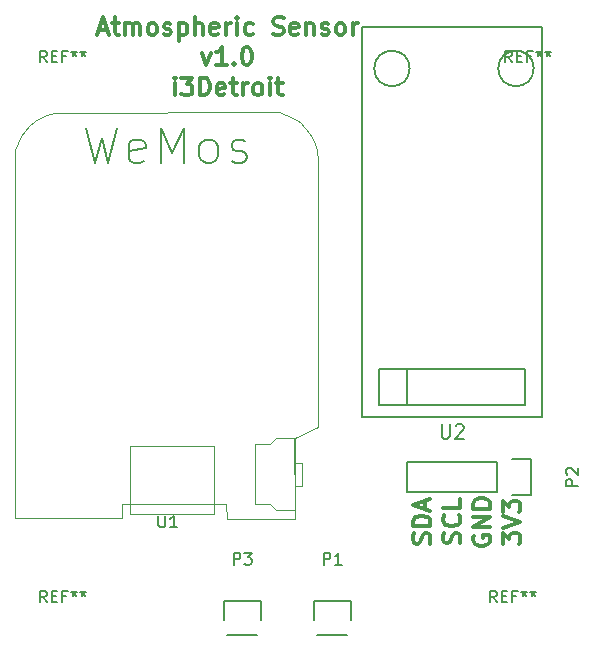
<source format=gto>
G04 #@! TF.FileFunction,Legend,Top*
%FSLAX46Y46*%
G04 Gerber Fmt 4.6, Leading zero omitted, Abs format (unit mm)*
G04 Created by KiCad (PCBNEW 4.0.5+dfsg1-4) date Thu Jun  7 11:31:42 2018*
%MOMM*%
%LPD*%
G01*
G04 APERTURE LIST*
%ADD10C,0.100000*%
%ADD11C,0.300000*%
%ADD12C,0.150000*%
G04 APERTURE END LIST*
D10*
D11*
X173327143Y-102151428D02*
X173398571Y-101937142D01*
X173398571Y-101579999D01*
X173327143Y-101437142D01*
X173255714Y-101365713D01*
X173112857Y-101294285D01*
X172970000Y-101294285D01*
X172827143Y-101365713D01*
X172755714Y-101437142D01*
X172684286Y-101579999D01*
X172612857Y-101865713D01*
X172541429Y-102008571D01*
X172470000Y-102079999D01*
X172327143Y-102151428D01*
X172184286Y-102151428D01*
X172041429Y-102079999D01*
X171970000Y-102008571D01*
X171898571Y-101865713D01*
X171898571Y-101508571D01*
X171970000Y-101294285D01*
X173398571Y-100651428D02*
X171898571Y-100651428D01*
X171898571Y-100294285D01*
X171970000Y-100080000D01*
X172112857Y-99937142D01*
X172255714Y-99865714D01*
X172541429Y-99794285D01*
X172755714Y-99794285D01*
X173041429Y-99865714D01*
X173184286Y-99937142D01*
X173327143Y-100080000D01*
X173398571Y-100294285D01*
X173398571Y-100651428D01*
X172970000Y-99222857D02*
X172970000Y-98508571D01*
X173398571Y-99365714D02*
X171898571Y-98865714D01*
X173398571Y-98365714D01*
X175867143Y-102115714D02*
X175938571Y-101901428D01*
X175938571Y-101544285D01*
X175867143Y-101401428D01*
X175795714Y-101329999D01*
X175652857Y-101258571D01*
X175510000Y-101258571D01*
X175367143Y-101329999D01*
X175295714Y-101401428D01*
X175224286Y-101544285D01*
X175152857Y-101829999D01*
X175081429Y-101972857D01*
X175010000Y-102044285D01*
X174867143Y-102115714D01*
X174724286Y-102115714D01*
X174581429Y-102044285D01*
X174510000Y-101972857D01*
X174438571Y-101829999D01*
X174438571Y-101472857D01*
X174510000Y-101258571D01*
X175795714Y-99758571D02*
X175867143Y-99830000D01*
X175938571Y-100044286D01*
X175938571Y-100187143D01*
X175867143Y-100401428D01*
X175724286Y-100544286D01*
X175581429Y-100615714D01*
X175295714Y-100687143D01*
X175081429Y-100687143D01*
X174795714Y-100615714D01*
X174652857Y-100544286D01*
X174510000Y-100401428D01*
X174438571Y-100187143D01*
X174438571Y-100044286D01*
X174510000Y-99830000D01*
X174581429Y-99758571D01*
X175938571Y-98401428D02*
X175938571Y-99115714D01*
X174438571Y-99115714D01*
X177050000Y-101472857D02*
X176978571Y-101615714D01*
X176978571Y-101830000D01*
X177050000Y-102044285D01*
X177192857Y-102187143D01*
X177335714Y-102258571D01*
X177621429Y-102330000D01*
X177835714Y-102330000D01*
X178121429Y-102258571D01*
X178264286Y-102187143D01*
X178407143Y-102044285D01*
X178478571Y-101830000D01*
X178478571Y-101687143D01*
X178407143Y-101472857D01*
X178335714Y-101401428D01*
X177835714Y-101401428D01*
X177835714Y-101687143D01*
X178478571Y-100758571D02*
X176978571Y-100758571D01*
X178478571Y-99901428D01*
X176978571Y-99901428D01*
X178478571Y-99187142D02*
X176978571Y-99187142D01*
X176978571Y-98829999D01*
X177050000Y-98615714D01*
X177192857Y-98472856D01*
X177335714Y-98401428D01*
X177621429Y-98329999D01*
X177835714Y-98329999D01*
X178121429Y-98401428D01*
X178264286Y-98472856D01*
X178407143Y-98615714D01*
X178478571Y-98829999D01*
X178478571Y-99187142D01*
X179518571Y-102187142D02*
X179518571Y-101258571D01*
X180090000Y-101758571D01*
X180090000Y-101544285D01*
X180161429Y-101401428D01*
X180232857Y-101329999D01*
X180375714Y-101258571D01*
X180732857Y-101258571D01*
X180875714Y-101329999D01*
X180947143Y-101401428D01*
X181018571Y-101544285D01*
X181018571Y-101972857D01*
X180947143Y-102115714D01*
X180875714Y-102187142D01*
X179518571Y-100830000D02*
X181018571Y-100330000D01*
X179518571Y-99830000D01*
X179518571Y-99472857D02*
X179518571Y-98544286D01*
X180090000Y-99044286D01*
X180090000Y-98830000D01*
X180161429Y-98687143D01*
X180232857Y-98615714D01*
X180375714Y-98544286D01*
X180732857Y-98544286D01*
X180875714Y-98615714D01*
X180947143Y-98687143D01*
X181018571Y-98830000D01*
X181018571Y-99258572D01*
X180947143Y-99401429D01*
X180875714Y-99472857D01*
X145317143Y-58660000D02*
X146031429Y-58660000D01*
X145174286Y-59088571D02*
X145674286Y-57588571D01*
X146174286Y-59088571D01*
X146460000Y-58088571D02*
X147031429Y-58088571D01*
X146674286Y-57588571D02*
X146674286Y-58874286D01*
X146745714Y-59017143D01*
X146888572Y-59088571D01*
X147031429Y-59088571D01*
X147531429Y-59088571D02*
X147531429Y-58088571D01*
X147531429Y-58231429D02*
X147602857Y-58160000D01*
X147745715Y-58088571D01*
X147960000Y-58088571D01*
X148102857Y-58160000D01*
X148174286Y-58302857D01*
X148174286Y-59088571D01*
X148174286Y-58302857D02*
X148245715Y-58160000D01*
X148388572Y-58088571D01*
X148602857Y-58088571D01*
X148745715Y-58160000D01*
X148817143Y-58302857D01*
X148817143Y-59088571D01*
X149745715Y-59088571D02*
X149602857Y-59017143D01*
X149531429Y-58945714D01*
X149460000Y-58802857D01*
X149460000Y-58374286D01*
X149531429Y-58231429D01*
X149602857Y-58160000D01*
X149745715Y-58088571D01*
X149960000Y-58088571D01*
X150102857Y-58160000D01*
X150174286Y-58231429D01*
X150245715Y-58374286D01*
X150245715Y-58802857D01*
X150174286Y-58945714D01*
X150102857Y-59017143D01*
X149960000Y-59088571D01*
X149745715Y-59088571D01*
X150817143Y-59017143D02*
X150960000Y-59088571D01*
X151245715Y-59088571D01*
X151388572Y-59017143D01*
X151460000Y-58874286D01*
X151460000Y-58802857D01*
X151388572Y-58660000D01*
X151245715Y-58588571D01*
X151031429Y-58588571D01*
X150888572Y-58517143D01*
X150817143Y-58374286D01*
X150817143Y-58302857D01*
X150888572Y-58160000D01*
X151031429Y-58088571D01*
X151245715Y-58088571D01*
X151388572Y-58160000D01*
X152102858Y-58088571D02*
X152102858Y-59588571D01*
X152102858Y-58160000D02*
X152245715Y-58088571D01*
X152531429Y-58088571D01*
X152674286Y-58160000D01*
X152745715Y-58231429D01*
X152817144Y-58374286D01*
X152817144Y-58802857D01*
X152745715Y-58945714D01*
X152674286Y-59017143D01*
X152531429Y-59088571D01*
X152245715Y-59088571D01*
X152102858Y-59017143D01*
X153460001Y-59088571D02*
X153460001Y-57588571D01*
X154102858Y-59088571D02*
X154102858Y-58302857D01*
X154031429Y-58160000D01*
X153888572Y-58088571D01*
X153674287Y-58088571D01*
X153531429Y-58160000D01*
X153460001Y-58231429D01*
X155388572Y-59017143D02*
X155245715Y-59088571D01*
X154960001Y-59088571D01*
X154817144Y-59017143D01*
X154745715Y-58874286D01*
X154745715Y-58302857D01*
X154817144Y-58160000D01*
X154960001Y-58088571D01*
X155245715Y-58088571D01*
X155388572Y-58160000D01*
X155460001Y-58302857D01*
X155460001Y-58445714D01*
X154745715Y-58588571D01*
X156102858Y-59088571D02*
X156102858Y-58088571D01*
X156102858Y-58374286D02*
X156174286Y-58231429D01*
X156245715Y-58160000D01*
X156388572Y-58088571D01*
X156531429Y-58088571D01*
X157031429Y-59088571D02*
X157031429Y-58088571D01*
X157031429Y-57588571D02*
X156960000Y-57660000D01*
X157031429Y-57731429D01*
X157102857Y-57660000D01*
X157031429Y-57588571D01*
X157031429Y-57731429D01*
X158388572Y-59017143D02*
X158245715Y-59088571D01*
X157960001Y-59088571D01*
X157817143Y-59017143D01*
X157745715Y-58945714D01*
X157674286Y-58802857D01*
X157674286Y-58374286D01*
X157745715Y-58231429D01*
X157817143Y-58160000D01*
X157960001Y-58088571D01*
X158245715Y-58088571D01*
X158388572Y-58160000D01*
X160102857Y-59017143D02*
X160317143Y-59088571D01*
X160674286Y-59088571D01*
X160817143Y-59017143D01*
X160888572Y-58945714D01*
X160960000Y-58802857D01*
X160960000Y-58660000D01*
X160888572Y-58517143D01*
X160817143Y-58445714D01*
X160674286Y-58374286D01*
X160388572Y-58302857D01*
X160245714Y-58231429D01*
X160174286Y-58160000D01*
X160102857Y-58017143D01*
X160102857Y-57874286D01*
X160174286Y-57731429D01*
X160245714Y-57660000D01*
X160388572Y-57588571D01*
X160745714Y-57588571D01*
X160960000Y-57660000D01*
X162174285Y-59017143D02*
X162031428Y-59088571D01*
X161745714Y-59088571D01*
X161602857Y-59017143D01*
X161531428Y-58874286D01*
X161531428Y-58302857D01*
X161602857Y-58160000D01*
X161745714Y-58088571D01*
X162031428Y-58088571D01*
X162174285Y-58160000D01*
X162245714Y-58302857D01*
X162245714Y-58445714D01*
X161531428Y-58588571D01*
X162888571Y-58088571D02*
X162888571Y-59088571D01*
X162888571Y-58231429D02*
X162959999Y-58160000D01*
X163102857Y-58088571D01*
X163317142Y-58088571D01*
X163459999Y-58160000D01*
X163531428Y-58302857D01*
X163531428Y-59088571D01*
X164174285Y-59017143D02*
X164317142Y-59088571D01*
X164602857Y-59088571D01*
X164745714Y-59017143D01*
X164817142Y-58874286D01*
X164817142Y-58802857D01*
X164745714Y-58660000D01*
X164602857Y-58588571D01*
X164388571Y-58588571D01*
X164245714Y-58517143D01*
X164174285Y-58374286D01*
X164174285Y-58302857D01*
X164245714Y-58160000D01*
X164388571Y-58088571D01*
X164602857Y-58088571D01*
X164745714Y-58160000D01*
X165674286Y-59088571D02*
X165531428Y-59017143D01*
X165460000Y-58945714D01*
X165388571Y-58802857D01*
X165388571Y-58374286D01*
X165460000Y-58231429D01*
X165531428Y-58160000D01*
X165674286Y-58088571D01*
X165888571Y-58088571D01*
X166031428Y-58160000D01*
X166102857Y-58231429D01*
X166174286Y-58374286D01*
X166174286Y-58802857D01*
X166102857Y-58945714D01*
X166031428Y-59017143D01*
X165888571Y-59088571D01*
X165674286Y-59088571D01*
X166817143Y-59088571D02*
X166817143Y-58088571D01*
X166817143Y-58374286D02*
X166888571Y-58231429D01*
X166960000Y-58160000D01*
X167102857Y-58088571D01*
X167245714Y-58088571D01*
X154067144Y-60638571D02*
X154424287Y-61638571D01*
X154781429Y-60638571D01*
X156138572Y-61638571D02*
X155281429Y-61638571D01*
X155710001Y-61638571D02*
X155710001Y-60138571D01*
X155567144Y-60352857D01*
X155424286Y-60495714D01*
X155281429Y-60567143D01*
X156781429Y-61495714D02*
X156852857Y-61567143D01*
X156781429Y-61638571D01*
X156710000Y-61567143D01*
X156781429Y-61495714D01*
X156781429Y-61638571D01*
X157781429Y-60138571D02*
X157924286Y-60138571D01*
X158067143Y-60210000D01*
X158138572Y-60281429D01*
X158210001Y-60424286D01*
X158281429Y-60710000D01*
X158281429Y-61067143D01*
X158210001Y-61352857D01*
X158138572Y-61495714D01*
X158067143Y-61567143D01*
X157924286Y-61638571D01*
X157781429Y-61638571D01*
X157638572Y-61567143D01*
X157567143Y-61495714D01*
X157495715Y-61352857D01*
X157424286Y-61067143D01*
X157424286Y-60710000D01*
X157495715Y-60424286D01*
X157567143Y-60281429D01*
X157638572Y-60210000D01*
X157781429Y-60138571D01*
X151745715Y-64188571D02*
X151745715Y-63188571D01*
X151745715Y-62688571D02*
X151674286Y-62760000D01*
X151745715Y-62831429D01*
X151817143Y-62760000D01*
X151745715Y-62688571D01*
X151745715Y-62831429D01*
X152317144Y-62688571D02*
X153245715Y-62688571D01*
X152745715Y-63260000D01*
X152960001Y-63260000D01*
X153102858Y-63331429D01*
X153174287Y-63402857D01*
X153245715Y-63545714D01*
X153245715Y-63902857D01*
X153174287Y-64045714D01*
X153102858Y-64117143D01*
X152960001Y-64188571D01*
X152531429Y-64188571D01*
X152388572Y-64117143D01*
X152317144Y-64045714D01*
X153888572Y-64188571D02*
X153888572Y-62688571D01*
X154245715Y-62688571D01*
X154460000Y-62760000D01*
X154602858Y-62902857D01*
X154674286Y-63045714D01*
X154745715Y-63331429D01*
X154745715Y-63545714D01*
X154674286Y-63831429D01*
X154602858Y-63974286D01*
X154460000Y-64117143D01*
X154245715Y-64188571D01*
X153888572Y-64188571D01*
X155960000Y-64117143D02*
X155817143Y-64188571D01*
X155531429Y-64188571D01*
X155388572Y-64117143D01*
X155317143Y-63974286D01*
X155317143Y-63402857D01*
X155388572Y-63260000D01*
X155531429Y-63188571D01*
X155817143Y-63188571D01*
X155960000Y-63260000D01*
X156031429Y-63402857D01*
X156031429Y-63545714D01*
X155317143Y-63688571D01*
X156460000Y-63188571D02*
X157031429Y-63188571D01*
X156674286Y-62688571D02*
X156674286Y-63974286D01*
X156745714Y-64117143D01*
X156888572Y-64188571D01*
X157031429Y-64188571D01*
X157531429Y-64188571D02*
X157531429Y-63188571D01*
X157531429Y-63474286D02*
X157602857Y-63331429D01*
X157674286Y-63260000D01*
X157817143Y-63188571D01*
X157960000Y-63188571D01*
X158674286Y-64188571D02*
X158531428Y-64117143D01*
X158460000Y-64045714D01*
X158388571Y-63902857D01*
X158388571Y-63474286D01*
X158460000Y-63331429D01*
X158531428Y-63260000D01*
X158674286Y-63188571D01*
X158888571Y-63188571D01*
X159031428Y-63260000D01*
X159102857Y-63331429D01*
X159174286Y-63474286D01*
X159174286Y-63902857D01*
X159102857Y-64045714D01*
X159031428Y-64117143D01*
X158888571Y-64188571D01*
X158674286Y-64188571D01*
X159817143Y-64188571D02*
X159817143Y-63188571D01*
X159817143Y-62688571D02*
X159745714Y-62760000D01*
X159817143Y-62831429D01*
X159888571Y-62760000D01*
X159817143Y-62688571D01*
X159817143Y-62831429D01*
X160317143Y-63188571D02*
X160888572Y-63188571D01*
X160531429Y-62688571D02*
X160531429Y-63974286D01*
X160602857Y-64117143D01*
X160745715Y-64188571D01*
X160888572Y-64188571D01*
D12*
X182140000Y-61920000D02*
G75*
G03X182140000Y-61920000I-1500000J0D01*
G01*
X171640000Y-61920000D02*
G75*
G03X171640000Y-61920000I-1500000J0D01*
G01*
X167640000Y-58420000D02*
X182880000Y-58420000D01*
X182880000Y-58420000D02*
X182880000Y-91440000D01*
X182880000Y-91440000D02*
X167640000Y-91440000D01*
X167640000Y-91440000D02*
X167640000Y-58420000D01*
X169080000Y-87400000D02*
X181440000Y-87400000D01*
X181440000Y-87400000D02*
X181440000Y-90400000D01*
X181440000Y-90400000D02*
X169080000Y-90400000D01*
X169080000Y-90400000D02*
X169080000Y-87400000D01*
X171450000Y-87400000D02*
X171450000Y-90400000D01*
D10*
X161947472Y-100097228D02*
X156136180Y-100097228D01*
X156136180Y-100097228D02*
X156109849Y-98813795D01*
X156109849Y-98813795D02*
X147278627Y-98820483D01*
X147278627Y-98820483D02*
X147280603Y-100022736D01*
X147280603Y-100022736D02*
X138199807Y-99996658D01*
X138199807Y-99996658D02*
X138213805Y-68826507D01*
X138213805Y-68826507D02*
X138446616Y-68223714D01*
X138446616Y-68223714D02*
X138730099Y-67678833D01*
X138730099Y-67678833D02*
X139064747Y-67192423D01*
X139064747Y-67192423D02*
X139451047Y-66765048D01*
X139451047Y-66765048D02*
X139889488Y-66397259D01*
X139889488Y-66397259D02*
X140380560Y-66089623D01*
X140380560Y-66089623D02*
X140924750Y-65842690D01*
X140924750Y-65842690D02*
X141522547Y-65657024D01*
X141522547Y-65657024D02*
X160560460Y-65628266D01*
X160560460Y-65628266D02*
X161179824Y-65862259D01*
X161179824Y-65862259D02*
X161768018Y-66146742D01*
X161768018Y-66146742D02*
X162311445Y-66496257D01*
X162311445Y-66496257D02*
X162796503Y-66925342D01*
X162796503Y-66925342D02*
X163209595Y-67448540D01*
X163209595Y-67448540D02*
X163537122Y-68080387D01*
X163537122Y-68080387D02*
X163765482Y-68835425D01*
X163765482Y-68835425D02*
X163881078Y-69728193D01*
X163881078Y-69728193D02*
X163906026Y-92283285D01*
X163906026Y-92283285D02*
X161962480Y-93244181D01*
X161962480Y-93244181D02*
X161932686Y-100052524D01*
X147950350Y-93871451D02*
X155089931Y-93871451D01*
X155089931Y-93871451D02*
X155089931Y-99685188D01*
X155089931Y-99685188D02*
X147950350Y-99685188D01*
X147950350Y-99685188D02*
X147950350Y-93871451D01*
X161873600Y-93222349D02*
X160321378Y-93222349D01*
X160321378Y-93222349D02*
X159792211Y-93751515D01*
X159792211Y-93751515D02*
X158539850Y-93751515D01*
X158539850Y-93751515D02*
X158539850Y-98813876D01*
X158539850Y-98813876D02*
X159827489Y-98813876D01*
X159827489Y-98813876D02*
X160356656Y-99307765D01*
X160356656Y-99307765D02*
X161926517Y-99307765D01*
X161926517Y-99307765D02*
X161873600Y-93222349D01*
X161908878Y-95303738D02*
X162561517Y-95303738D01*
X162561517Y-95303738D02*
X162561517Y-97296932D01*
X162561517Y-97296932D02*
X161944156Y-97296932D01*
D12*
X179070000Y-95250000D02*
X171450000Y-95250000D01*
X179070000Y-97790000D02*
X171450000Y-97790000D01*
X181890000Y-98070000D02*
X180340000Y-98070000D01*
X171450000Y-95250000D02*
X171450000Y-97790000D01*
X179070000Y-97790000D02*
X179070000Y-95250000D01*
X180340000Y-94970000D02*
X181890000Y-94970000D01*
X181890000Y-94970000D02*
X181890000Y-98070000D01*
X166650000Y-107035000D02*
X166650000Y-108585000D01*
X163550000Y-108585000D02*
X163550000Y-107035000D01*
X163550000Y-107035000D02*
X166650000Y-107035000D01*
X163830000Y-109855000D02*
X166370000Y-109855000D01*
X159030000Y-107035000D02*
X159030000Y-108585000D01*
X155930000Y-108585000D02*
X155930000Y-107035000D01*
X155930000Y-107035000D02*
X159030000Y-107035000D01*
X156210000Y-109855000D02*
X158750000Y-109855000D01*
X174345714Y-92052857D02*
X174345714Y-93024286D01*
X174402857Y-93138571D01*
X174460000Y-93195714D01*
X174574286Y-93252857D01*
X174802857Y-93252857D01*
X174917143Y-93195714D01*
X174974286Y-93138571D01*
X175031429Y-93024286D01*
X175031429Y-92052857D01*
X175545714Y-92167143D02*
X175602857Y-92110000D01*
X175717143Y-92052857D01*
X176002857Y-92052857D01*
X176117143Y-92110000D01*
X176174286Y-92167143D01*
X176231429Y-92281429D01*
X176231429Y-92395714D01*
X176174286Y-92567143D01*
X175488572Y-93252857D01*
X176231429Y-93252857D01*
X150368095Y-99782381D02*
X150368095Y-100591905D01*
X150415714Y-100687143D01*
X150463333Y-100734762D01*
X150558571Y-100782381D01*
X150749048Y-100782381D01*
X150844286Y-100734762D01*
X150891905Y-100687143D01*
X150939524Y-100591905D01*
X150939524Y-99782381D01*
X151939524Y-100782381D02*
X151368095Y-100782381D01*
X151653809Y-100782381D02*
X151653809Y-99782381D01*
X151558571Y-99925238D01*
X151463333Y-100020476D01*
X151368095Y-100068095D01*
X144272857Y-66937143D02*
X144987143Y-69937143D01*
X145558572Y-67794286D01*
X146130000Y-69937143D01*
X146844286Y-66937143D01*
X149130000Y-69794286D02*
X148844286Y-69937143D01*
X148272857Y-69937143D01*
X147987143Y-69794286D01*
X147844286Y-69508571D01*
X147844286Y-68365714D01*
X147987143Y-68080000D01*
X148272857Y-67937143D01*
X148844286Y-67937143D01*
X149130000Y-68080000D01*
X149272857Y-68365714D01*
X149272857Y-68651429D01*
X147844286Y-68937143D01*
X150558572Y-69937143D02*
X150558572Y-66937143D01*
X151558572Y-69080000D01*
X152558572Y-66937143D01*
X152558572Y-69937143D01*
X154415714Y-69937143D02*
X154130000Y-69794286D01*
X153987143Y-69651429D01*
X153844286Y-69365714D01*
X153844286Y-68508571D01*
X153987143Y-68222857D01*
X154130000Y-68080000D01*
X154415714Y-67937143D01*
X154844286Y-67937143D01*
X155130000Y-68080000D01*
X155272857Y-68222857D01*
X155415714Y-68508571D01*
X155415714Y-69365714D01*
X155272857Y-69651429D01*
X155130000Y-69794286D01*
X154844286Y-69937143D01*
X154415714Y-69937143D01*
X156558572Y-69794286D02*
X156844286Y-69937143D01*
X157415714Y-69937143D01*
X157701429Y-69794286D01*
X157844286Y-69508571D01*
X157844286Y-69365714D01*
X157701429Y-69080000D01*
X157415714Y-68937143D01*
X156987143Y-68937143D01*
X156701429Y-68794286D01*
X156558572Y-68508571D01*
X156558572Y-68365714D01*
X156701429Y-68080000D01*
X156987143Y-67937143D01*
X157415714Y-67937143D01*
X157701429Y-68080000D01*
X140906667Y-107132381D02*
X140573333Y-106656190D01*
X140335238Y-107132381D02*
X140335238Y-106132381D01*
X140716191Y-106132381D01*
X140811429Y-106180000D01*
X140859048Y-106227619D01*
X140906667Y-106322857D01*
X140906667Y-106465714D01*
X140859048Y-106560952D01*
X140811429Y-106608571D01*
X140716191Y-106656190D01*
X140335238Y-106656190D01*
X141335238Y-106608571D02*
X141668572Y-106608571D01*
X141811429Y-107132381D02*
X141335238Y-107132381D01*
X141335238Y-106132381D01*
X141811429Y-106132381D01*
X142573334Y-106608571D02*
X142240000Y-106608571D01*
X142240000Y-107132381D02*
X142240000Y-106132381D01*
X142716191Y-106132381D01*
X143240000Y-106132381D02*
X143240000Y-106370476D01*
X143001905Y-106275238D02*
X143240000Y-106370476D01*
X143478096Y-106275238D01*
X143097143Y-106560952D02*
X143240000Y-106370476D01*
X143382858Y-106560952D01*
X144001905Y-106132381D02*
X144001905Y-106370476D01*
X143763810Y-106275238D02*
X144001905Y-106370476D01*
X144240001Y-106275238D01*
X143859048Y-106560952D02*
X144001905Y-106370476D01*
X144144763Y-106560952D01*
X179006667Y-107132381D02*
X178673333Y-106656190D01*
X178435238Y-107132381D02*
X178435238Y-106132381D01*
X178816191Y-106132381D01*
X178911429Y-106180000D01*
X178959048Y-106227619D01*
X179006667Y-106322857D01*
X179006667Y-106465714D01*
X178959048Y-106560952D01*
X178911429Y-106608571D01*
X178816191Y-106656190D01*
X178435238Y-106656190D01*
X179435238Y-106608571D02*
X179768572Y-106608571D01*
X179911429Y-107132381D02*
X179435238Y-107132381D01*
X179435238Y-106132381D01*
X179911429Y-106132381D01*
X180673334Y-106608571D02*
X180340000Y-106608571D01*
X180340000Y-107132381D02*
X180340000Y-106132381D01*
X180816191Y-106132381D01*
X181340000Y-106132381D02*
X181340000Y-106370476D01*
X181101905Y-106275238D02*
X181340000Y-106370476D01*
X181578096Y-106275238D01*
X181197143Y-106560952D02*
X181340000Y-106370476D01*
X181482858Y-106560952D01*
X182101905Y-106132381D02*
X182101905Y-106370476D01*
X181863810Y-106275238D02*
X182101905Y-106370476D01*
X182340001Y-106275238D01*
X181959048Y-106560952D02*
X182101905Y-106370476D01*
X182244763Y-106560952D01*
X180276667Y-61412381D02*
X179943333Y-60936190D01*
X179705238Y-61412381D02*
X179705238Y-60412381D01*
X180086191Y-60412381D01*
X180181429Y-60460000D01*
X180229048Y-60507619D01*
X180276667Y-60602857D01*
X180276667Y-60745714D01*
X180229048Y-60840952D01*
X180181429Y-60888571D01*
X180086191Y-60936190D01*
X179705238Y-60936190D01*
X180705238Y-60888571D02*
X181038572Y-60888571D01*
X181181429Y-61412381D02*
X180705238Y-61412381D01*
X180705238Y-60412381D01*
X181181429Y-60412381D01*
X181943334Y-60888571D02*
X181610000Y-60888571D01*
X181610000Y-61412381D02*
X181610000Y-60412381D01*
X182086191Y-60412381D01*
X182610000Y-60412381D02*
X182610000Y-60650476D01*
X182371905Y-60555238D02*
X182610000Y-60650476D01*
X182848096Y-60555238D01*
X182467143Y-60840952D02*
X182610000Y-60650476D01*
X182752858Y-60840952D01*
X183371905Y-60412381D02*
X183371905Y-60650476D01*
X183133810Y-60555238D02*
X183371905Y-60650476D01*
X183610001Y-60555238D01*
X183229048Y-60840952D02*
X183371905Y-60650476D01*
X183514763Y-60840952D01*
X185892381Y-97258095D02*
X184892381Y-97258095D01*
X184892381Y-96877142D01*
X184940000Y-96781904D01*
X184987619Y-96734285D01*
X185082857Y-96686666D01*
X185225714Y-96686666D01*
X185320952Y-96734285D01*
X185368571Y-96781904D01*
X185416190Y-96877142D01*
X185416190Y-97258095D01*
X184987619Y-96305714D02*
X184940000Y-96258095D01*
X184892381Y-96162857D01*
X184892381Y-95924761D01*
X184940000Y-95829523D01*
X184987619Y-95781904D01*
X185082857Y-95734285D01*
X185178095Y-95734285D01*
X185320952Y-95781904D01*
X185892381Y-96353333D01*
X185892381Y-95734285D01*
X140906667Y-61412381D02*
X140573333Y-60936190D01*
X140335238Y-61412381D02*
X140335238Y-60412381D01*
X140716191Y-60412381D01*
X140811429Y-60460000D01*
X140859048Y-60507619D01*
X140906667Y-60602857D01*
X140906667Y-60745714D01*
X140859048Y-60840952D01*
X140811429Y-60888571D01*
X140716191Y-60936190D01*
X140335238Y-60936190D01*
X141335238Y-60888571D02*
X141668572Y-60888571D01*
X141811429Y-61412381D02*
X141335238Y-61412381D01*
X141335238Y-60412381D01*
X141811429Y-60412381D01*
X142573334Y-60888571D02*
X142240000Y-60888571D01*
X142240000Y-61412381D02*
X142240000Y-60412381D01*
X142716191Y-60412381D01*
X143240000Y-60412381D02*
X143240000Y-60650476D01*
X143001905Y-60555238D02*
X143240000Y-60650476D01*
X143478096Y-60555238D01*
X143097143Y-60840952D02*
X143240000Y-60650476D01*
X143382858Y-60840952D01*
X144001905Y-60412381D02*
X144001905Y-60650476D01*
X143763810Y-60555238D02*
X144001905Y-60650476D01*
X144240001Y-60555238D01*
X143859048Y-60840952D02*
X144001905Y-60650476D01*
X144144763Y-60840952D01*
X164361905Y-103937381D02*
X164361905Y-102937381D01*
X164742858Y-102937381D01*
X164838096Y-102985000D01*
X164885715Y-103032619D01*
X164933334Y-103127857D01*
X164933334Y-103270714D01*
X164885715Y-103365952D01*
X164838096Y-103413571D01*
X164742858Y-103461190D01*
X164361905Y-103461190D01*
X165885715Y-103937381D02*
X165314286Y-103937381D01*
X165600000Y-103937381D02*
X165600000Y-102937381D01*
X165504762Y-103080238D01*
X165409524Y-103175476D01*
X165314286Y-103223095D01*
X156741905Y-103937381D02*
X156741905Y-102937381D01*
X157122858Y-102937381D01*
X157218096Y-102985000D01*
X157265715Y-103032619D01*
X157313334Y-103127857D01*
X157313334Y-103270714D01*
X157265715Y-103365952D01*
X157218096Y-103413571D01*
X157122858Y-103461190D01*
X156741905Y-103461190D01*
X157646667Y-102937381D02*
X158265715Y-102937381D01*
X157932381Y-103318333D01*
X158075239Y-103318333D01*
X158170477Y-103365952D01*
X158218096Y-103413571D01*
X158265715Y-103508810D01*
X158265715Y-103746905D01*
X158218096Y-103842143D01*
X158170477Y-103889762D01*
X158075239Y-103937381D01*
X157789524Y-103937381D01*
X157694286Y-103889762D01*
X157646667Y-103842143D01*
M02*

</source>
